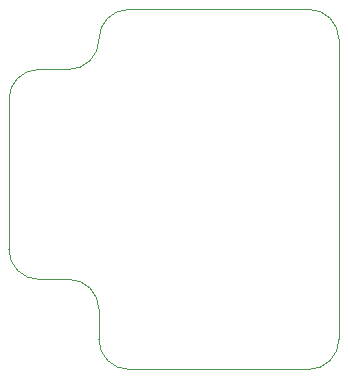
<source format=gbr>
%TF.GenerationSoftware,KiCad,Pcbnew,7.0.9*%
%TF.CreationDate,2023-11-25T21:26:28-08:00*%
%TF.ProjectId,supermicro-ATX-PCB,73757065-726d-4696-9372-6f2d4154582d,rev?*%
%TF.SameCoordinates,Original*%
%TF.FileFunction,Profile,NP*%
%FSLAX46Y46*%
G04 Gerber Fmt 4.6, Leading zero omitted, Abs format (unit mm)*
G04 Created by KiCad (PCBNEW 7.0.9) date 2023-11-25 21:26:28*
%MOMM*%
%LPD*%
G01*
G04 APERTURE LIST*
%TA.AperFunction,Profile*%
%ADD10C,0.100000*%
%TD*%
G04 APERTURE END LIST*
D10*
X100330000Y-82550000D02*
X102870000Y-82550000D01*
X123190000Y-90170000D02*
G75*
G03*
X125730000Y-87630000I0J2540000D01*
G01*
X123190000Y-59690000D02*
X107950000Y-59690000D01*
X100330000Y-64770000D02*
X102870000Y-64770000D01*
X105410000Y-85090000D02*
X105410000Y-87630000D01*
X105410000Y-87630000D02*
G75*
G03*
X107950000Y-90170000I2540000J0D01*
G01*
X97790000Y-80010000D02*
G75*
G03*
X100330000Y-82550000I2540000J0D01*
G01*
X97790000Y-80010000D02*
X97790000Y-67310000D01*
X107950000Y-59690000D02*
G75*
G03*
X105410000Y-62230000I0J-2540000D01*
G01*
X125730000Y-62230000D02*
X125730000Y-87630000D01*
X102870000Y-64770000D02*
G75*
G03*
X105410000Y-62230000I0J2540000D01*
G01*
X105410000Y-85090000D02*
G75*
G03*
X102870000Y-82550000I-2540000J0D01*
G01*
X123190000Y-90170000D02*
X107950000Y-90170000D01*
X125730000Y-62230000D02*
G75*
G03*
X123190000Y-59690000I-2540000J0D01*
G01*
X100330000Y-64770000D02*
G75*
G03*
X97790000Y-67310000I0J-2540000D01*
G01*
M02*

</source>
